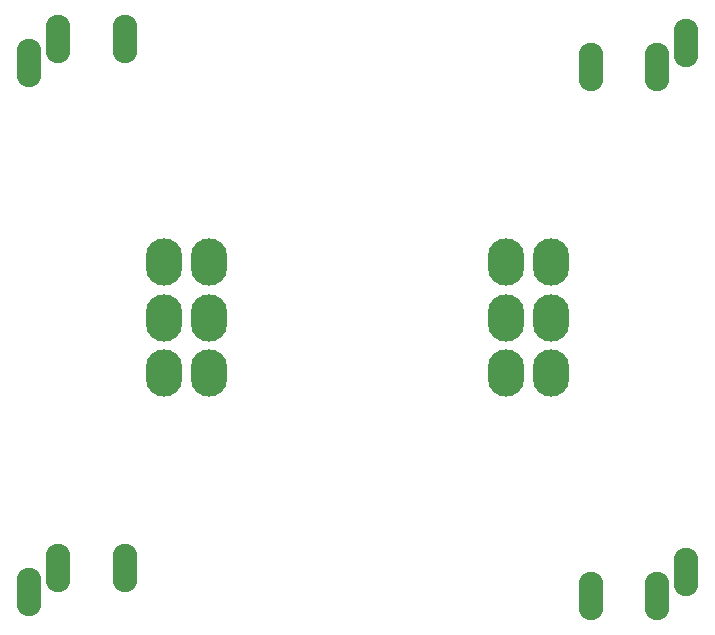
<source format=gbs>
G04*
G04 #@! TF.GenerationSoftware,Altium Limited,Altium Designer,18.1.9 (240)*
G04*
G04 Layer_Color=16711935*
%FSLAX43Y43*%
%MOMM*%
G71*
G01*
G75*
%ADD12O,2.100X4.100*%
%ADD13O,3.100X4.000*%
D12*
X82012Y32156D02*
D03*
X79562Y30156D02*
D03*
X73962D02*
D03*
X26450Y30456D02*
D03*
X28900Y32456D02*
D03*
X34500D02*
D03*
X73962Y74955D02*
D03*
X79562D02*
D03*
X82012Y76955D02*
D03*
X34500Y77255D02*
D03*
X28900D02*
D03*
X26450Y75255D02*
D03*
D13*
X66806Y53700D02*
D03*
Y49001D02*
D03*
Y58399D02*
D03*
X70616D02*
D03*
Y49001D02*
D03*
Y53700D02*
D03*
X37846D02*
D03*
Y58399D02*
D03*
Y49001D02*
D03*
X41656D02*
D03*
Y58399D02*
D03*
Y53700D02*
D03*
M02*

</source>
